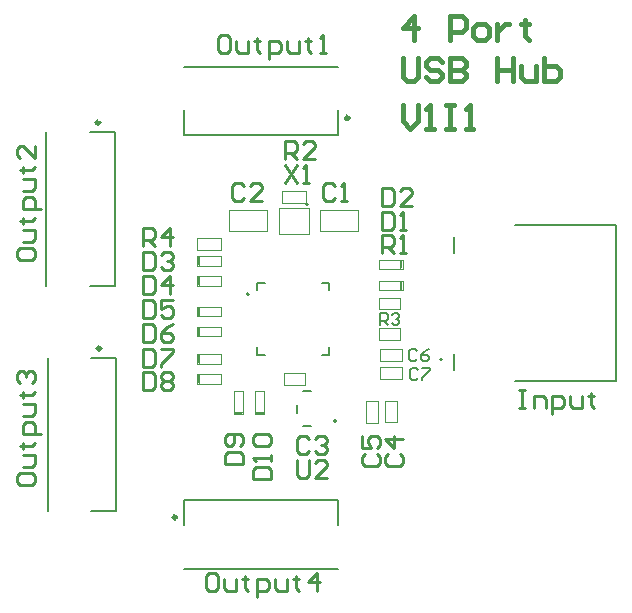
<source format=gto>
G04*
G04 #@! TF.GenerationSoftware,Altium Limited,Altium Designer,20.2.3 (150)*
G04*
G04 Layer_Color=65535*
%FSLAX44Y44*%
%MOMM*%
G71*
G04*
G04 #@! TF.SameCoordinates,CE7551EE-2CAC-49A0-A575-A5F11EB50F32*
G04*
G04*
G04 #@! TF.FilePolarity,Positive*
G04*
G01*
G75*
%ADD10C,0.2000*%
%ADD11C,0.3000*%
%ADD12C,0.1270*%
%ADD13C,0.1000*%
%ADD14C,0.2540*%
%ADD15C,0.4000*%
%ADD16R,0.8000X0.2000*%
%ADD17R,0.2000X0.8000*%
D10*
X1957860Y656460D02*
G03*
X1957860Y656460I-1000J0D01*
G01*
X2047500Y708500D02*
G03*
X2047500Y708500I-1000J0D01*
G01*
X1883950Y763740D02*
G03*
X1883950Y763740I-1000J0D01*
G01*
X1934000Y840000D02*
G03*
X1934000Y840000I-1000J0D01*
G01*
X2109000Y690000D02*
X2194500D01*
X2109000Y822000D02*
X2194500D01*
Y690000D02*
Y822000D01*
X2057500Y699500D02*
Y713000D01*
Y799000D02*
Y812500D01*
X1994669Y738002D02*
Y747998D01*
X1999668D01*
X2001334Y746332D01*
Y743000D01*
X1999668Y741334D01*
X1994669D01*
X1998002D02*
X2001334Y738002D01*
X2004666Y746332D02*
X2006332Y747998D01*
X2009664D01*
X2011331Y746332D01*
Y744666D01*
X2009664Y743000D01*
X2007998D01*
X2009664D01*
X2011331Y741334D01*
Y739668D01*
X2009664Y738002D01*
X2006332D01*
X2004666Y739668D01*
X2026334Y715332D02*
X2024668Y716998D01*
X2021335D01*
X2019669Y715332D01*
Y708668D01*
X2021335Y707002D01*
X2024668D01*
X2026334Y708668D01*
X2036331Y716998D02*
X2032998Y715332D01*
X2029666Y712000D01*
Y708668D01*
X2031332Y707002D01*
X2034664D01*
X2036331Y708668D01*
Y710334D01*
X2034664Y712000D01*
X2029666D01*
X2027334Y699332D02*
X2025668Y700998D01*
X2022336D01*
X2020669Y699332D01*
Y692668D01*
X2022336Y691002D01*
X2025668D01*
X2027334Y692668D01*
X2030666Y700998D02*
X2037331D01*
Y699332D01*
X2030666Y692668D01*
Y691002D01*
D11*
X1822500Y575000D02*
G03*
X1822500Y575000I-1500J0D01*
G01*
X1968500Y913000D02*
G03*
X1968500Y913000I-1500J0D01*
G01*
X1757500Y909000D02*
G03*
X1757500Y909000I-1500J0D01*
G01*
X1758500Y718000D02*
G03*
X1758500Y718000I-1500J0D01*
G01*
D12*
X1929460Y652460D02*
X1936060D01*
X1924760Y663610D02*
Y670310D01*
X1929460Y681460D02*
X1936060D01*
X1959000Y568500D02*
Y589500D01*
X1829000Y531500D02*
X1959000D01*
X1829000Y568500D02*
Y589500D01*
X1959000D01*
X1951880Y712660D02*
Y719160D01*
X1945380Y712660D02*
X1951880D01*
X1890880D02*
X1897380D01*
X1890880D02*
Y719160D01*
X1951880Y767160D02*
Y773660D01*
X1945380D02*
X1951880D01*
X1890880D02*
X1897380D01*
X1890880Y767160D02*
Y773660D01*
X1829000Y898500D02*
Y919500D01*
Y956500D02*
X1959000D01*
Y898500D02*
Y919500D01*
X1829000Y898500D02*
X1959000D01*
X1749500Y771000D02*
X1770500D01*
X1712500D02*
Y901000D01*
X1749500D02*
X1770500D01*
Y771000D02*
Y901000D01*
X1750500Y580000D02*
X1771500D01*
X1713500D02*
Y710000D01*
X1750500D02*
X1771500D01*
Y580000D02*
Y710000D01*
D13*
X1897000Y662000D02*
Y664000D01*
X1889000Y662000D02*
X1897000D01*
X1889000D02*
Y664000D01*
X1897000D01*
Y682000D01*
X1889000D02*
X1897000D01*
X1889000Y664000D02*
Y682000D01*
X1935000Y815000D02*
Y837000D01*
X1909000Y815000D02*
X1935000D01*
X1909000D02*
Y837000D01*
X1935000D01*
X1994000Y725000D02*
Y735000D01*
Y725000D02*
X2012000D01*
Y735000D01*
X1994000D02*
X2012000D01*
X1995240Y707040D02*
X2013240D01*
X1995240D02*
Y717040D01*
X2013240D01*
Y707040D02*
Y717040D01*
Y692040D02*
Y702040D01*
X1995240D02*
X2013240D01*
X1995240Y692040D02*
Y702040D01*
Y692040D02*
X2013240D01*
X1860055Y801000D02*
Y811000D01*
X1840055Y801000D02*
X1860055D01*
X1840055D02*
Y811000D01*
X1860055D01*
X1867250Y817000D02*
X1899250D01*
X1867250D02*
Y835000D01*
X1899250D01*
Y817000D02*
Y835000D01*
X1944250D02*
X1976250D01*
Y817000D02*
Y835000D01*
X1944250Y817000D02*
X1976250D01*
X1944250D02*
Y835000D01*
X1913760Y686960D02*
Y696960D01*
Y686960D02*
X1931760D01*
Y696960D01*
X1913760D02*
X1931760D01*
X1998970Y655350D02*
Y673350D01*
X2008970D01*
Y655350D02*
Y673350D01*
X1998970Y655350D02*
X2008970D01*
X1983000Y655000D02*
Y673000D01*
X1993000D01*
Y655000D02*
Y673000D01*
X1983000Y655000D02*
X1993000D01*
X2012000Y775000D02*
X2014000D01*
Y767000D02*
Y775000D01*
X2012000Y767000D02*
X2014000D01*
X2012000D02*
Y775000D01*
X1994000D02*
X2012000D01*
X1994000Y767000D02*
Y775000D01*
Y767000D02*
X2012000D01*
Y793000D02*
X2014000D01*
Y785000D02*
Y793000D01*
X2012000Y785000D02*
X2014000D01*
X2012000D02*
Y793000D01*
X1994000D02*
X2012000D01*
X1994000Y785000D02*
Y793000D01*
Y785000D02*
X2012000D01*
X1840000Y788000D02*
X1842000D01*
X1840000D02*
Y796000D01*
X1842000D01*
Y788000D02*
Y796000D01*
Y788000D02*
X1860000D01*
Y796000D01*
X1842000D02*
X1860000D01*
X1840000Y771000D02*
X1842000D01*
X1840000D02*
Y779000D01*
X1842000D01*
Y771000D02*
Y779000D01*
Y771000D02*
X1860000D01*
Y779000D01*
X1842000D02*
X1860000D01*
X1840000Y745000D02*
X1842000D01*
X1840000D02*
Y753000D01*
X1842000D01*
Y745000D02*
Y753000D01*
Y745000D02*
X1860000D01*
Y753000D01*
X1842000D02*
X1860000D01*
X1840000Y728000D02*
X1842000D01*
X1840000D02*
Y736000D01*
X1842000D01*
Y728000D02*
Y736000D01*
Y728000D02*
X1860000D01*
Y736000D01*
X1842000D02*
X1860000D01*
X1840000Y705000D02*
X1842000D01*
X1840000D02*
Y713000D01*
X1842000D01*
Y705000D02*
Y713000D01*
Y705000D02*
X1860000D01*
Y713000D01*
X1842000D02*
X1860000D01*
X1840000Y688000D02*
X1842000D01*
X1840000D02*
Y696000D01*
X1842000D01*
Y688000D02*
Y696000D01*
Y688000D02*
X1860000D01*
Y696000D01*
X1842000D02*
X1860000D01*
X1879000Y662000D02*
Y664000D01*
X1871000Y662000D02*
X1879000D01*
X1871000D02*
Y664000D01*
X1879000D01*
Y682000D01*
X1871000D02*
X1879000D01*
X1871000Y664000D02*
Y682000D01*
X1993680Y751000D02*
Y761000D01*
Y751000D02*
X2011680D01*
Y761000D01*
X1993680D02*
X2011680D01*
X1932000Y841250D02*
Y851250D01*
X1912000Y841250D02*
X1932000D01*
X1912000D02*
Y851250D01*
X1932000D01*
D14*
X1924304Y623618D02*
Y610922D01*
X1926843Y608382D01*
X1931922D01*
X1934461Y610922D01*
Y623618D01*
X1949696Y608382D02*
X1939539D01*
X1949696Y618539D01*
Y621078D01*
X1947157Y623618D01*
X1942078D01*
X1939539Y621078D01*
X1887383Y606956D02*
X1902617D01*
Y614574D01*
X1900078Y617113D01*
X1889922D01*
X1887383Y614574D01*
Y606956D01*
X1902617Y622191D02*
Y627270D01*
Y624730D01*
X1887383D01*
X1889922Y622191D01*
Y634887D02*
X1887383Y637426D01*
Y642505D01*
X1889922Y645044D01*
X1900078D01*
X1902617Y642505D01*
Y637426D01*
X1900078Y634887D01*
X1889922D01*
X1914304Y873618D02*
X1924461Y858382D01*
Y873618D02*
X1914304Y858382D01*
X1929539D02*
X1934617D01*
X1932078D01*
Y873618D01*
X1929539Y871078D01*
X1794304Y804382D02*
Y819618D01*
X1801922D01*
X1804461Y817078D01*
Y812000D01*
X1801922Y809461D01*
X1794304D01*
X1799382D02*
X1804461Y804382D01*
X1817157D02*
Y819618D01*
X1809539Y812000D01*
X1819696D01*
X1879525Y855720D02*
X1876985Y858259D01*
X1871907D01*
X1869368Y855720D01*
Y845563D01*
X1871907Y843024D01*
X1876985D01*
X1879525Y845563D01*
X1894760Y843024D02*
X1884603D01*
X1894760Y853181D01*
Y855720D01*
X1892221Y858259D01*
X1887142D01*
X1884603Y855720D01*
X1956487D02*
X1953947Y858259D01*
X1948869D01*
X1946330Y855720D01*
Y845563D01*
X1948869Y843024D01*
X1953947D01*
X1956487Y845563D01*
X1961565Y843024D02*
X1966643D01*
X1964104D01*
Y858259D01*
X1961565Y855720D01*
X1934461Y641078D02*
X1931922Y643618D01*
X1926843D01*
X1924304Y641078D01*
Y630922D01*
X1926843Y628382D01*
X1931922D01*
X1934461Y630922D01*
X1939539Y641078D02*
X1942078Y643618D01*
X1947157D01*
X1949696Y641078D01*
Y638539D01*
X1947157Y636000D01*
X1944617D01*
X1947157D01*
X1949696Y633461D01*
Y630922D01*
X1947157Y628382D01*
X1942078D01*
X1939539Y630922D01*
X2001922Y628382D02*
X1999382Y625843D01*
Y620765D01*
X2001922Y618226D01*
X2012078D01*
X2014617Y620765D01*
Y625843D01*
X2012078Y628382D01*
X2014617Y641078D02*
X1999382D01*
X2007000Y633461D01*
Y643617D01*
X1981922Y628382D02*
X1979382Y625843D01*
Y620765D01*
X1981922Y618226D01*
X1992078D01*
X1994617Y620765D01*
Y625843D01*
X1992078Y628382D01*
X1979382Y643618D02*
Y633461D01*
X1987000D01*
X1984461Y638539D01*
Y641078D01*
X1987000Y643618D01*
X1992078D01*
X1994617Y641078D01*
Y636000D01*
X1992078Y633461D01*
X1996843Y833618D02*
Y818382D01*
X2004461D01*
X2007000Y820922D01*
Y831078D01*
X2004461Y833618D01*
X1996843D01*
X2012078Y818382D02*
X2017157D01*
X2014618D01*
Y833618D01*
X2012078Y831078D01*
X1996843Y853617D02*
Y838382D01*
X2004461D01*
X2007000Y840922D01*
Y851078D01*
X2004461Y853617D01*
X1996843D01*
X2022235Y838382D02*
X2012078D01*
X2022235Y848539D01*
Y851078D01*
X2019696Y853617D01*
X2014618D01*
X2012078Y851078D01*
X1794304Y799618D02*
Y784382D01*
X1801922D01*
X1804461Y786922D01*
Y797078D01*
X1801922Y799618D01*
X1794304D01*
X1809539Y797078D02*
X1812078Y799618D01*
X1817157D01*
X1819696Y797078D01*
Y794539D01*
X1817157Y792000D01*
X1814617D01*
X1817157D01*
X1819696Y789461D01*
Y786922D01*
X1817157Y784382D01*
X1812078D01*
X1809539Y786922D01*
X1794304Y779618D02*
Y764382D01*
X1801922D01*
X1804461Y766922D01*
Y777078D01*
X1801922Y779618D01*
X1794304D01*
X1817157Y764382D02*
Y779618D01*
X1809539Y772000D01*
X1819696D01*
X1794304Y758618D02*
Y743382D01*
X1801922D01*
X1804461Y745922D01*
Y756078D01*
X1801922Y758618D01*
X1794304D01*
X1819696D02*
X1809539D01*
Y751000D01*
X1814617Y753539D01*
X1817157D01*
X1819696Y751000D01*
Y745922D01*
X1817157Y743382D01*
X1812078D01*
X1809539Y745922D01*
X1794304Y738617D02*
Y723382D01*
X1801922D01*
X1804461Y725922D01*
Y736078D01*
X1801922Y738617D01*
X1794304D01*
X1819696D02*
X1814617Y736078D01*
X1809539Y731000D01*
Y725922D01*
X1812078Y723382D01*
X1817157D01*
X1819696Y725922D01*
Y728461D01*
X1817157Y731000D01*
X1809539D01*
X1794304Y717618D02*
Y702383D01*
X1801922D01*
X1804461Y704922D01*
Y715078D01*
X1801922Y717618D01*
X1794304D01*
X1809539D02*
X1819696D01*
Y715078D01*
X1809539Y704922D01*
Y702383D01*
X1794304Y697618D02*
Y682383D01*
X1801922D01*
X1804461Y684922D01*
Y695078D01*
X1801922Y697618D01*
X1794304D01*
X1809539Y695078D02*
X1812078Y697618D01*
X1817157D01*
X1819696Y695078D01*
Y692539D01*
X1817157Y690000D01*
X1819696Y687461D01*
Y684922D01*
X1817157Y682383D01*
X1812078D01*
X1809539Y684922D01*
Y687461D01*
X1812078Y690000D01*
X1809539Y692539D01*
Y695078D01*
X1812078Y690000D02*
X1817157D01*
X1863383Y619652D02*
X1878618D01*
Y627270D01*
X1876078Y629809D01*
X1865922D01*
X1863383Y627270D01*
Y619652D01*
X1876078Y634887D02*
X1878618Y637426D01*
Y642505D01*
X1876078Y645044D01*
X1865922D01*
X1863383Y642505D01*
Y637426D01*
X1865922Y634887D01*
X1868461D01*
X1871000Y637426D01*
Y645044D01*
X1996843Y798382D02*
Y813617D01*
X2004461D01*
X2007000Y811078D01*
Y806000D01*
X2004461Y803461D01*
X1996843D01*
X2001922D02*
X2007000Y798382D01*
X2012078D02*
X2017157D01*
X2014618D01*
Y813617D01*
X2012078Y811078D01*
X1914304Y878382D02*
Y893618D01*
X1921922D01*
X1924461Y891078D01*
Y886000D01*
X1921922Y883461D01*
X1914304D01*
X1919382D02*
X1924461Y878382D01*
X1939696D02*
X1929539D01*
X1939696Y888539D01*
Y891078D01*
X1937157Y893618D01*
X1932078D01*
X1929539Y891078D01*
X1855157Y527853D02*
X1850079D01*
X1847540Y525314D01*
Y515158D01*
X1850079Y512618D01*
X1855157D01*
X1857697Y515158D01*
Y525314D01*
X1855157Y527853D01*
X1862775Y522775D02*
Y515158D01*
X1865314Y512618D01*
X1872932D01*
Y522775D01*
X1880549Y525314D02*
Y522775D01*
X1878010D01*
X1883089D01*
X1880549D01*
Y515158D01*
X1883089Y512618D01*
X1890706Y507540D02*
Y522775D01*
X1898324D01*
X1900863Y520236D01*
Y515158D01*
X1898324Y512618D01*
X1890706D01*
X1905941Y522775D02*
Y515158D01*
X1908480Y512618D01*
X1916098D01*
Y522775D01*
X1923715Y525314D02*
Y522775D01*
X1921176D01*
X1926254D01*
X1923715D01*
Y515158D01*
X1926254Y512618D01*
X1941490D02*
Y527853D01*
X1933872Y520236D01*
X1944029D01*
X1687147Y610158D02*
Y605079D01*
X1689686Y602540D01*
X1699843D01*
X1702382Y605079D01*
Y610158D01*
X1699843Y612697D01*
X1689686D01*
X1687147Y610158D01*
X1692225Y617775D02*
X1699843D01*
X1702382Y620314D01*
Y627932D01*
X1692225D01*
X1689686Y635549D02*
X1692225D01*
Y633010D01*
Y638088D01*
Y635549D01*
X1699843D01*
X1702382Y638088D01*
X1707460Y645706D02*
X1692225D01*
Y653324D01*
X1694764Y655863D01*
X1699843D01*
X1702382Y653324D01*
Y645706D01*
X1692225Y660941D02*
X1699843D01*
X1702382Y663480D01*
Y671098D01*
X1692225D01*
X1689686Y678715D02*
X1692225D01*
Y676176D01*
Y681255D01*
Y678715D01*
X1699843D01*
X1702382Y681255D01*
X1689686Y688872D02*
X1687147Y691411D01*
Y696490D01*
X1689686Y699029D01*
X1692225D01*
X1694764Y696490D01*
Y693950D01*
Y696490D01*
X1697303Y699029D01*
X1699843D01*
X1702382Y696490D01*
Y691411D01*
X1699843Y688872D01*
X1687147Y800157D02*
Y795079D01*
X1689686Y792540D01*
X1699843D01*
X1702382Y795079D01*
Y800157D01*
X1699843Y802697D01*
X1689686D01*
X1687147Y800157D01*
X1692225Y807775D02*
X1699843D01*
X1702382Y810314D01*
Y817932D01*
X1692225D01*
X1689686Y825549D02*
X1692225D01*
Y823010D01*
Y828089D01*
Y825549D01*
X1699843D01*
X1702382Y828089D01*
X1707460Y835706D02*
X1692225D01*
Y843324D01*
X1694764Y845863D01*
X1699843D01*
X1702382Y843324D01*
Y835706D01*
X1692225Y850941D02*
X1699843D01*
X1702382Y853480D01*
Y861098D01*
X1692225D01*
X1689686Y868715D02*
X1692225D01*
Y866176D01*
Y871255D01*
Y868715D01*
X1699843D01*
X1702382Y871255D01*
Y889029D02*
Y878872D01*
X1692225Y889029D01*
X1689686D01*
X1687147Y886490D01*
Y881411D01*
X1689686Y878872D01*
X1865157Y982853D02*
X1860079D01*
X1857540Y980314D01*
Y970157D01*
X1860079Y967618D01*
X1865157D01*
X1867697Y970157D01*
Y980314D01*
X1865157Y982853D01*
X1872775Y977775D02*
Y970157D01*
X1875314Y967618D01*
X1882932D01*
Y977775D01*
X1890549Y980314D02*
Y977775D01*
X1888010D01*
X1893089D01*
X1890549D01*
Y970157D01*
X1893089Y967618D01*
X1900706Y962540D02*
Y977775D01*
X1908324D01*
X1910863Y975236D01*
Y970157D01*
X1908324Y967618D01*
X1900706D01*
X1915941Y977775D02*
Y970157D01*
X1918480Y967618D01*
X1926098D01*
Y977775D01*
X1933715Y980314D02*
Y977775D01*
X1931176D01*
X1936254D01*
X1933715D01*
Y970157D01*
X1936254Y967618D01*
X1943872D02*
X1948950D01*
X1946411D01*
Y982853D01*
X1943872Y980314D01*
X2112540Y682853D02*
X2117618D01*
X2115079D01*
Y667618D01*
X2112540D01*
X2117618D01*
X2125236D02*
Y677775D01*
X2132853D01*
X2135393Y675236D01*
Y667618D01*
X2140471Y662540D02*
Y677775D01*
X2148089D01*
X2150628Y675236D01*
Y670157D01*
X2148089Y667618D01*
X2140471D01*
X2155706Y677775D02*
Y670157D01*
X2158245Y667618D01*
X2165863D01*
Y677775D01*
X2173480Y680314D02*
Y677775D01*
X2170941D01*
X2176019D01*
X2173480D01*
Y670157D01*
X2176019Y667618D01*
D15*
X2014000Y923994D02*
Y910665D01*
X2020665Y904000D01*
X2027329Y910665D01*
Y923994D01*
X2033994Y904000D02*
X2040658D01*
X2037326D01*
Y923994D01*
X2033994Y920661D01*
X2050655Y923994D02*
X2057319D01*
X2053987D01*
Y904000D01*
X2050655D01*
X2057319D01*
X2067316D02*
X2073981D01*
X2070648D01*
Y923994D01*
X2067316Y920661D01*
X2014000Y963994D02*
Y947332D01*
X2017332Y944000D01*
X2023997D01*
X2027329Y947332D01*
Y963994D01*
X2047323Y960661D02*
X2043990Y963994D01*
X2037326D01*
X2033994Y960661D01*
Y957329D01*
X2037326Y953997D01*
X2043990D01*
X2047323Y950665D01*
Y947332D01*
X2043990Y944000D01*
X2037326D01*
X2033994Y947332D01*
X2053987Y963994D02*
Y944000D01*
X2063984D01*
X2067316Y947332D01*
Y950665D01*
X2063984Y953997D01*
X2053987D01*
X2063984D01*
X2067316Y957329D01*
Y960661D01*
X2063984Y963994D01*
X2053987D01*
X2093974D02*
Y944000D01*
Y953997D01*
X2107303D01*
Y963994D01*
Y944000D01*
X2113968Y957329D02*
Y947332D01*
X2117300Y944000D01*
X2127297D01*
Y957329D01*
X2133961Y963994D02*
Y944000D01*
X2143958D01*
X2147290Y947332D01*
Y950665D01*
Y953997D01*
X2143958Y957329D01*
X2133961D01*
X2023997Y979000D02*
Y998994D01*
X2014000Y988997D01*
X2027329D01*
X2053987Y979000D02*
Y998994D01*
X2063984D01*
X2067316Y995661D01*
Y988997D01*
X2063984Y985665D01*
X2053987D01*
X2077313Y979000D02*
X2083977D01*
X2087310Y982332D01*
Y988997D01*
X2083977Y992329D01*
X2077313D01*
X2073981Y988997D01*
Y982332D01*
X2077313Y979000D01*
X2093974Y992329D02*
Y979000D01*
Y985665D01*
X2097307Y988997D01*
X2100639Y992329D01*
X2103971D01*
X2117300Y995661D02*
Y992329D01*
X2113968D01*
X2120632D01*
X2117300D01*
Y982332D01*
X2120632Y979000D01*
D16*
X1892998Y663000D02*
D03*
X1874999D02*
D03*
D17*
X2012999Y771000D02*
D03*
X2013001Y789000D02*
D03*
X1841000Y792000D02*
D03*
X1841000Y775000D02*
D03*
X1841000Y749000D02*
D03*
Y732000D02*
D03*
X1841000Y709000D02*
D03*
Y692000D02*
D03*
M02*

</source>
